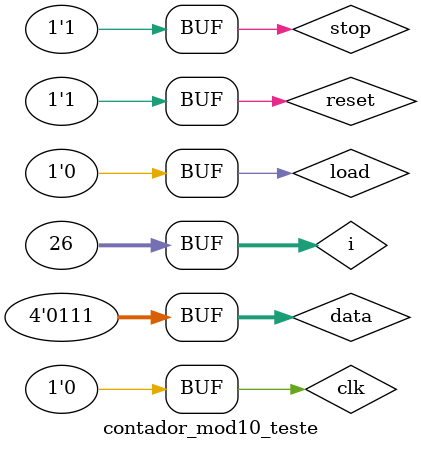
<source format=v>
`timescale 1ns/1ps
`include "C:\Users\maria\Documents\microwave-main\Nivel1\Nivel2\counter\Nivel3\contador_mod_10.v"


module contador_mod10_teste();

 	reg [3:0] data; 
  	reg clk, load, reset, stop;
  	wire [3:0] count; 
  	wire tc;
  	integer i;
  

  	contador_mod10 dut(data, clk, load, reset, count, tc, stop);

	initial
		begin
		
			$dumpfile("contador_mod10_teste.vcd");
			$dumpvars(0,contador_mod10_teste);
          
           stop = 0; 
           data = 4'b0111;
           load = 1; 
           #5 reset = 1;
           #5 stop = 1;
           #5 load = 0; 
           #10;
        end
  
  initial
    
    begin
    	clk = 1'b0;
  	end
		
  initial
    begin
    	#5 clk = ~clk;
      for(i = 0; i < 26; i= i + 1)
        begin
          #5 clk = ~clk;
        end
      
    end
    
endmodule
</source>
